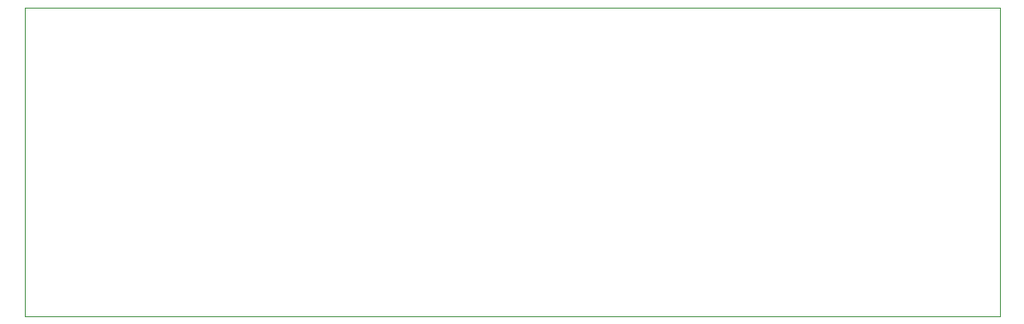
<source format=gbr>
%TF.GenerationSoftware,KiCad,Pcbnew,(5.1.10)-1*%
%TF.CreationDate,2021-07-19T20:33:02+08:00*%
%TF.ProjectId,FanDCControl,46616e44-4343-46f6-9e74-726f6c2e6b69,rev?*%
%TF.SameCoordinates,Original*%
%TF.FileFunction,Profile,NP*%
%FSLAX46Y46*%
G04 Gerber Fmt 4.6, Leading zero omitted, Abs format (unit mm)*
G04 Created by KiCad (PCBNEW (5.1.10)-1) date 2021-07-19 20:33:02*
%MOMM*%
%LPD*%
G01*
G04 APERTURE LIST*
%TA.AperFunction,Profile*%
%ADD10C,0.050000*%
%TD*%
G04 APERTURE END LIST*
D10*
X71120000Y-63500000D02*
X76200000Y-63500000D01*
X71120000Y-93980000D02*
X76200000Y-93980000D01*
X167386000Y-63500000D02*
X76200000Y-63500000D01*
X167386000Y-93980000D02*
X167386000Y-63500000D01*
X76200000Y-93980000D02*
X167386000Y-93980000D01*
X71120000Y-63500000D02*
X71120000Y-93980000D01*
M02*

</source>
